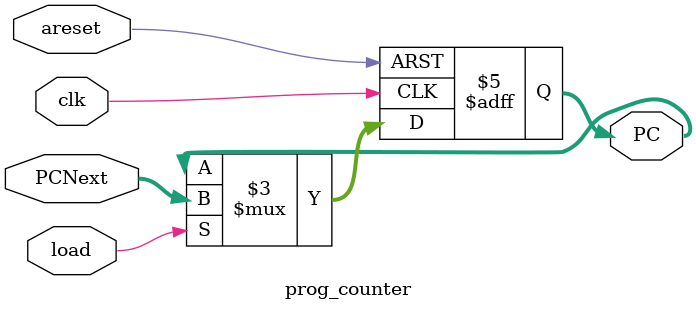
<source format=v>
module prog_counter(
input clk,
input areset,
input load,
input [31:0] PCNext,
output [31:0] PC
);

always @(posedge clk or negedge areset) begin
 if (!areset) begin
    PC <= 32'b0;
 end
 else begin
    if (load) begin
        PC <= PCNext;
    end
 end
end
endmodule
</source>
